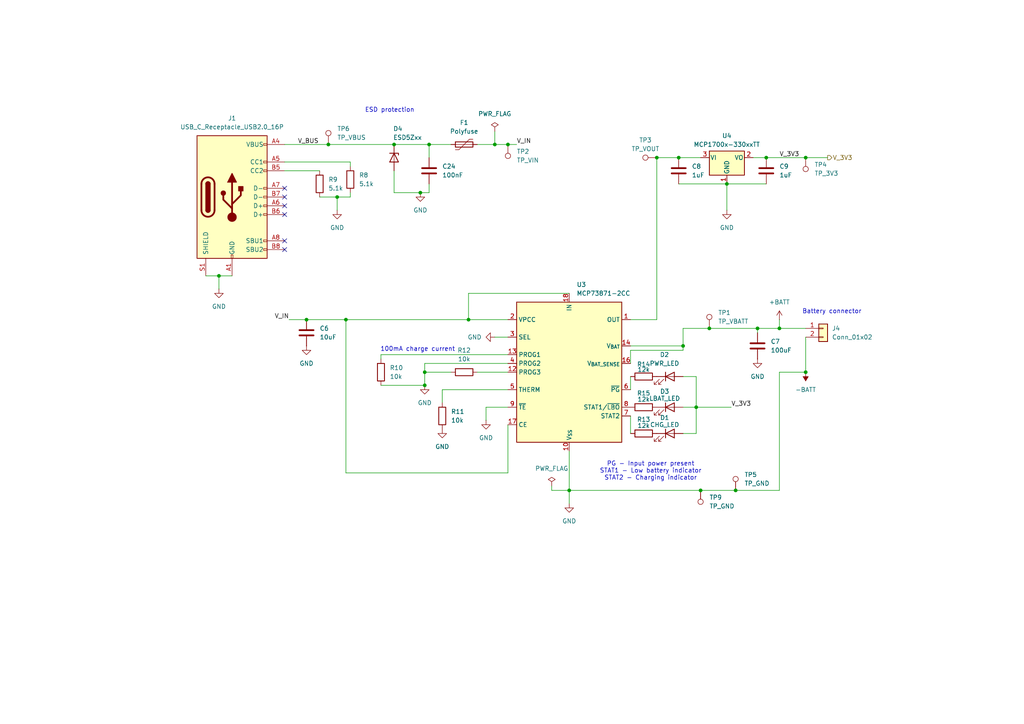
<source format=kicad_sch>
(kicad_sch (version 20250114) (generator "eeschema") (generator_version "9.0")
  (paper "A4")
  (title_block (title "air-ctrl") (date "2025-10-22") (rev "1.2"))
  (lib_symbols
    (symbol "Battery_Management:MCP73871-2CC"
      (property "Reference" "U" (at -7.62 24.13 0))
      (property "Value" "MCP73871-2CC" (at -15.24 21.59 0))
      (symbol "MCP73871-2CC_0_1"
        (rectangle (start -15.24 20.32) (end 15.24 -20.32) (stroke (width 0.254)) (fill (type background)))
      )
      (symbol "MCP73871-2CC_1_1"
        (pin input line (at -17.78 15.24 0) (length 2.54) (name "VPCC") (number "2"))
        (pin input line (at -17.78 10.16 0) (length 2.54) (name "SEL") (number "3"))
        (pin bidirectional line (at -17.78 5.08 0) (length 2.54) (name "PROG1") (number "13"))
        (pin input line (at -17.78 2.54 0) (length 2.54) (name "PROG2") (number "4"))
        (pin bidirectional line (at -17.78 0 0) (length 2.54) (name "PROG3") (number "12"))
        (pin bidirectional line (at -17.78 -5.08 0) (length 2.54) (name "THERM") (number "5"))
        (pin input line (at -17.78 -10.16 0) (length 2.54) (name "~{TE}") (number "9"))
        (pin input line (at -17.78 -15.24 0) (length 2.54) (name "CE") (number "17"))
        (pin power_in line (at 0 22.86 270) (length 2.54) (name "IN") (number "18"))
        (pin passive line (at 0 22.86 270) (length 2.54) (hide yes) (name "IN") (number "19"))
        (pin power_in line (at 0 -22.86 90) (length 2.54) (name "V_{SS}") (number "10"))
        (pin passive line (at 0 -22.86 90) (length 2.54) (hide yes) (name "V_{SS}") (number "11"))
        (pin passive line (at 0 -22.86 90) (length 2.54) (hide yes) (name "V_{SS}") (number "21"))
        (pin power_out line (at 17.78 15.24 180) (length 2.54) (name "OUT") (number "1"))
        (pin passive line (at 17.78 15.24 180) (length 2.54) (hide yes) (name "OUT") (number "20"))
        (pin power_out line (at 17.78 7.62 180) (length 2.54) (name "V_{BAT}") (number "14"))
        (pin passive line (at 17.78 7.62 180) (length 2.54) (hide yes) (name "V_{BAT}") (number "15"))
        (pin input line (at 17.78 2.54 180) (length 2.54) (name "V_{BAT_SENSE}") (number "16"))
        (pin open_collector line (at 17.78 -5.08 180) (length 2.54) (name "~{PG}") (number "6"))
        (pin open_collector line (at 17.78 -10.16 180) (length 2.54) (name "STAT1/~{LBO}") (number "8"))
        (pin open_collector line (at 17.78 -12.7 180) (length 2.54) (name "STAT2") (number "7"))
      )
    )
    (symbol "Connector:TestPoint" (pin_numbers (hide yes)) (pin_names (offset 0.762) (hide yes))
      (property "Reference" "TP" (at 0 6.858 0))
      (property "Value" "TestPoint" (at 0 5.08 0))
      (symbol "TestPoint_0_1"
        (circle (center 0 3.302) (radius 0.762))
      )
      (symbol "TestPoint_1_1"
        (pin passive line (at 0 0 90) (length 2.54) (name "1") (number "1"))
      )
    )
    (symbol "Connector:USB_C_Receptacle_USB2.0_16P" (pin_names (offset 1.016))
      (property "Reference" "J" (at 0 22.225 0))
      (property "Value" "USB_C_Receptacle_USB2.0_16P" (at 0 19.685 0))
      (symbol "USB_C_Receptacle_USB2.0_16P_0_0"
        (rectangle (start -0.254 -17.78) (end 0.254 -16.764))
        (rectangle (start 10.16 15.494) (end 9.144 14.986))
        (rectangle (start 10.16 10.414) (end 9.144 9.906))
        (rectangle (start 10.16 7.874) (end 9.144 7.366))
        (rectangle (start 10.16 2.794) (end 9.144 2.286))
        (rectangle (start 10.16 0.254) (end 9.144 -0.254))
        (rectangle (start 10.16 -2.286) (end 9.144 -2.794))
        (rectangle (start 10.16 -4.826) (end 9.144 -5.334))
        (rectangle (start 10.16 -12.446) (end 9.144 -12.954))
        (rectangle (start 10.16 -14.986) (end 9.144 -15.494))
      )
      (symbol "USB_C_Receptacle_USB2.0_16P_0_1"
        (rectangle (start -10.16 17.78) (end 10.16 -17.78) (stroke (width 0.254)) (fill (type background)))
        (polyline (pts (xy -8.89 -3.81) (xy -8.89 3.81)) (stroke (width 0.508)))
        (rectangle (start -7.62 -3.81) (end -6.35 3.81) (stroke (width 0.254)) (fill (type outline)))
        (arc (start -7.62 3.81) (mid -6.985 4.4423) (end -6.35 3.81) (stroke (width 0.254)))
        (arc (start -7.62 3.81) (mid -6.985 4.4423) (end -6.35 3.81) (stroke (width 0.254)) (fill (type outline)))
        (arc (start -8.89 3.81) (mid -6.985 5.7067) (end -5.08 3.81) (stroke (width 0.508)))
        (arc (start -5.08 -3.81) (mid -6.985 -5.7067) (end -8.89 -3.81) (stroke (width 0.508)))
        (arc (start -6.35 -3.81) (mid -6.985 -4.4423) (end -7.62 -3.81) (stroke (width 0.254)))
        (arc (start -6.35 -3.81) (mid -6.985 -4.4423) (end -7.62 -3.81) (stroke (width 0.254)) (fill (type outline)))
        (polyline (pts (xy -5.08 3.81) (xy -5.08 -3.81)) (stroke (width 0.508)))
        (circle (center -2.54 1.143) (radius 0.635) (stroke (width 0.254)) (fill (type outline)))
        (polyline (pts (xy -1.27 4.318) (xy 0 6.858) (xy 1.27 4.318) (xy -1.27 4.318)) (stroke (width 0.254)) (fill (type outline)))
        (polyline (pts (xy 0 -2.032) (xy 2.54 0.508) (xy 2.54 1.778)) (stroke (width 0.508)))
        (polyline (pts (xy 0 -3.302) (xy -2.54 -0.762) (xy -2.54 0.508)) (stroke (width 0.508)))
        (polyline (pts (xy 0 -5.842) (xy 0 4.318)) (stroke (width 0.508)))
        (circle (center 0 -5.842) (radius 1.27) (fill (type outline)))
        (rectangle (start 1.905 1.778) (end 3.175 3.048) (stroke (width 0.254)) (fill (type outline)))
      )
      (symbol "USB_C_Receptacle_USB2.0_16P_1_1"
        (pin passive line (at -7.62 -22.86 90) (length 5.08) (name "SHIELD") (number "S1"))
        (pin passive line (at 0 -22.86 90) (length 5.08) (name "GND") (number "A1"))
        (pin passive line (at 0 -22.86 90) (length 5.08) (hide yes) (name "GND") (number "A12"))
        (pin passive line (at 0 -22.86 90) (length 5.08) (hide yes) (name "GND") (number "B1"))
        (pin passive line (at 0 -22.86 90) (length 5.08) (hide yes) (name "GND") (number "B12"))
        (pin passive line (at 15.24 15.24 180) (length 5.08) (name "VBUS") (number "A4"))
        (pin passive line (at 15.24 15.24 180) (length 5.08) (hide yes) (name "VBUS") (number "A9"))
        (pin passive line (at 15.24 15.24 180) (length 5.08) (hide yes) (name "VBUS") (number "B4"))
        (pin passive line (at 15.24 15.24 180) (length 5.08) (hide yes) (name "VBUS") (number "B9"))
        (pin bidirectional line (at 15.24 10.16 180) (length 5.08) (name "CC1") (number "A5"))
        (pin bidirectional line (at 15.24 7.62 180) (length 5.08) (name "CC2") (number "B5"))
        (pin bidirectional line (at 15.24 2.54 180) (length 5.08) (name "D-") (number "A7"))
        (pin bidirectional line (at 15.24 0 180) (length 5.08) (name "D-") (number "B7"))
        (pin bidirectional line (at 15.24 -2.54 180) (length 5.08) (name "D+") (number "A6"))
        (pin bidirectional line (at 15.24 -5.08 180) (length 5.08) (name "D+") (number "B6"))
        (pin bidirectional line (at 15.24 -12.7 180) (length 5.08) (name "SBU1") (number "A8"))
        (pin bidirectional line (at 15.24 -15.24 180) (length 5.08) (name "SBU2") (number "B8"))
      )
    )
    (symbol "Connector_Generic:Conn_01x02" (pin_names (offset 1.016) (hide yes))
      (property "Reference" "J" (at 0 2.54 0))
      (property "Value" "Conn_01x02" (at 0 -5.08 0))
      (symbol "Conn_01x02_1_1"
        (rectangle (start -1.27 1.27) (end 1.27 -3.81) (stroke (width 0.254)) (fill (type background)))
        (rectangle (start -1.27 0.127) (end 0 -0.127) (stroke (width 0.1524)))
        (rectangle (start -1.27 -2.413) (end 0 -2.667) (stroke (width 0.1524)))
        (pin passive line (at -5.08 0 0) (length 3.81) (name "Pin_1") (number "1"))
        (pin passive line (at -5.08 -2.54 0) (length 3.81) (name "Pin_2") (number "2"))
      )
    )
    (symbol "Device:C" (pin_numbers (hide yes)) (pin_names (offset 0.254))
      (property "Reference" "C" (at 0.635 2.54 0))
      (property "Value" "C" (at 0.635 -2.54 0))
      (symbol "C_0_1"
        (polyline (pts (xy -2.032 0.762) (xy 2.032 0.762)) (stroke (width 0.508)))
        (polyline (pts (xy -2.032 -0.762) (xy 2.032 -0.762)) (stroke (width 0.508)))
      )
      (symbol "C_1_1"
        (pin passive line (at 0 3.81 270) (length 2.794) (name "~") (number "1"))
        (pin passive line (at 0 -3.81 90) (length 2.794) (name "~") (number "2"))
      )
    )
    (symbol "Device:LED" (pin_numbers (hide yes)) (pin_names (offset 1.016) (hide yes))
      (property "Reference" "D" (at 0 2.54 0))
      (property "Value" "LED" (at 0 -2.54 0))
      (symbol "LED_0_1"
        (polyline (pts (xy -3.048 -0.762) (xy -4.572 -2.286) (xy -3.81 -2.286) (xy -4.572 -2.286) (xy -4.572 -1.524)))
        (polyline (pts (xy -1.778 -0.762) (xy -3.302 -2.286) (xy -2.54 -2.286) (xy -3.302 -2.286) (xy -3.302 -1.524)))
        (polyline (pts (xy -1.27 0) (xy 1.27 0)))
        (polyline (pts (xy -1.27 -1.27) (xy -1.27 1.27)) (stroke (width 0.254)))
        (polyline (pts (xy 1.27 -1.27) (xy 1.27 1.27) (xy -1.27 0) (xy 1.27 -1.27)) (stroke (width 0.254)))
      )
      (symbol "LED_1_1"
        (pin passive line (at -3.81 0 0) (length 2.54) (name "K") (number "1"))
        (pin passive line (at 3.81 0 180) (length 2.54) (name "A") (number "2"))
      )
    )
    (symbol "Device:Polyfuse" (pin_numbers (hide yes)) (pin_names (offset 0))
      (property "Reference" "F" (at -2.54 0 90))
      (property "Value" "Polyfuse" (at 2.54 0 90))
      (symbol "Polyfuse_0_1"
        (polyline (pts (xy -1.524 2.54) (xy -1.524 1.524) (xy 1.524 -1.524) (xy 1.524 -2.54)))
        (rectangle (start -0.762 2.54) (end 0.762 -2.54) (stroke (width 0.254)))
        (polyline (pts (xy 0 2.54) (xy 0 -2.54)))
      )
      (symbol "Polyfuse_1_1"
        (pin passive line (at 0 3.81 270) (length 1.27) (name "~") (number "1"))
        (pin passive line (at 0 -3.81 90) (length 1.27) (name "~") (number "2"))
      )
    )
    (symbol "Device:R" (pin_numbers (hide yes)) (pin_names (offset 0))
      (property "Reference" "R" (at 2.032 0 90))
      (property "Value" "R" (at 0 0 90))
      (symbol "R_0_1"
        (rectangle (start -1.016 -2.54) (end 1.016 2.54) (stroke (width 0.254)))
      )
      (symbol "R_1_1"
        (pin passive line (at 0 3.81 270) (length 1.27) (name "~") (number "1"))
        (pin passive line (at 0 -3.81 90) (length 1.27) (name "~") (number "2"))
      )
    )
    (symbol "Diode:ESD5Zxx" (pin_numbers (hide yes)) (pin_names (hide yes))
      (property "Reference" "D" (at 0 2.54 0))
      (property "Value" "ESD5Zxx" (at 0 -2.54 0))
      (symbol "ESD5Zxx_0_1"
        (polyline (pts (xy -1.27 -1.27) (xy -1.27 1.27) (xy -0.762 1.27)) (stroke (width 0.254)))
        (polyline (pts (xy 1.27 0) (xy -1.27 0)))
        (polyline (pts (xy 1.27 -1.27) (xy 1.27 1.27) (xy -1.27 0) (xy 1.27 -1.27)) (stroke (width 0.254)))
      )
      (symbol "ESD5Zxx_1_1"
        (pin passive line (at -3.81 0 0) (length 2.54) (name "K") (number "1"))
        (pin passive line (at 3.81 0 180) (length 2.54) (name "A") (number "2"))
      )
    )
    (symbol "Regulator_Linear:MCP1700x-330xxTT" (pin_names (offset 0.254))
      (property "Reference" "U" (at -3.81 3.175 0))
      (property "Value" "MCP1700x-330xxTT" (at 0 3.175 0))
      (symbol "MCP1700x-330xxTT_0_1"
        (rectangle (start -5.08 1.905) (end 5.08 -5.08) (stroke (width 0.254)) (fill (type background)))
      )
      (symbol "MCP1700x-330xxTT_1_1"
        (pin power_in line (at -7.62 0 0) (length 2.54) (name "VI") (number "3"))
        (pin power_in line (at 0 -7.62 90) (length 2.54) (name "GND") (number "1"))
        (pin power_out line (at 7.62 0 180) (length 2.54) (name "VO") (number "2"))
      )
    )
    (symbol "power:+BATT" (power) (pin_numbers (hide yes)) (pin_names (offset 0) (hide yes))
      (property "Value" "+BATT" (at 0 3.556 0))
      (symbol "+BATT_0_1"
        (polyline (pts (xy -0.762 1.27) (xy 0 2.54)))
        (polyline (pts (xy 0 2.54) (xy 0.762 1.27)))
        (polyline (pts (xy 0 0) (xy 0 2.54)))
      )
      (symbol "+BATT_1_1"
        (pin power_in line (at 0 0 90) (length 0) (name "~") (number "1"))
      )
    )
    (symbol "power:-BATT" (power) (pin_numbers (hide yes)) (pin_names (offset 0) (hide yes))
      (property "Value" "-BATT" (at 0 3.556 0))
      (symbol "-BATT_0_1"
        (polyline (pts (xy 0 0) (xy 0 2.54)))
        (polyline (pts (xy 0.762 1.27) (xy -0.762 1.27) (xy 0 2.54) (xy 0.762 1.27)) (fill (type outline)))
      )
      (symbol "-BATT_1_1"
        (pin power_in line (at 0 0 90) (length 0) (name "~") (number "1"))
      )
    )
    (symbol "power:GND" (power) (pin_numbers (hide yes)) (pin_names (offset 0) (hide yes))
      (property "Value" "GND" (at 0 -3.81 0))
      (symbol "GND_0_1"
        (polyline (pts (xy 0 0) (xy 0 -1.27) (xy 1.27 -1.27) (xy 0 -2.54) (xy -1.27 -1.27) (xy 0 -1.27)))
      )
      (symbol "GND_1_1"
        (pin power_in line (at 0 0 270) (length 0) (name "~") (number "1"))
      )
    )
    (symbol "power:PWR_FLAG" (power) (pin_numbers (hide yes)) (pin_names (offset 0) (hide yes))
      (property "Value" "PWR_FLAG" (at 0 3.81 0))
      (symbol "PWR_FLAG_0_0"
        (pin power_out line (at 0 0 90) (length 0) (name "~") (number "1"))
      )
      (symbol "PWR_FLAG_0_1"
        (polyline (pts (xy 0 0) (xy 0 1.27) (xy -1.016 1.905) (xy 0 2.54) (xy 1.016 1.905) (xy 0 1.27)))
      )
    )
  )
  (text "Battery connector" (at 241.3 90.424 0) (effects (font (size 1.27 1.27))))
  (text "PG - Input power present\nSTAT1 - Low battery indicator\nSTAT2 - Charging indicator" (at 188.722 136.652 0) (effects (font (size 1.27 1.27))))
  (text "100mA charge current" (at 121.158 101.346 0) (effects (font (size 1.27 1.27))))
  (text "ESD protection" (at 113.03 32.004 0) (effects (font (size 1.27 1.27))))
  (junction (at 63.5 80.01))
  (junction (at 226.06 95.25))
  (junction (at 196.85 45.72))
  (junction (at 95.25 41.91))
  (junction (at 205.74 95.25))
  (junction (at 114.3 41.91))
  (junction (at 219.71 95.25))
  (junction (at 165.1 142.24))
  (junction (at 135.89 92.71))
  (junction (at 222.25 45.72))
  (junction (at 97.79 57.15))
  (junction (at 210.82 53.34))
  (junction (at 124.46 41.91))
  (junction (at 123.19 107.95))
  (junction (at 88.9 92.71))
  (junction (at 100.33 92.71))
  (junction (at 123.19 111.76))
  (junction (at 190.5 45.72))
  (junction (at 233.68 107.95))
  (junction (at 143.51 41.91))
  (junction (at 203.2 142.24))
  (junction (at 233.68 45.72))
  (junction (at 201.93 118.11))
  (junction (at 147.32 41.91))
  (junction (at 198.12 100.33))
  (junction (at 121.92 55.88))
  (junction (at 213.36 142.24))
  (no_connect (at 82.55 54.61))
  (no_connect (at 82.55 57.15))
  (no_connect (at 82.55 59.69))
  (no_connect (at 82.55 62.23))
  (no_connect (at 82.55 69.85))
  (no_connect (at 82.55 72.39))
  (wire (pts (xy 190.5 45.72) (xy 196.85 45.72)))
  (wire (pts (xy 201.93 118.11) (xy 201.93 109.22)))
  (wire (pts (xy 95.25 41.91) (xy 114.3 41.91)))
  (wire (pts (xy 233.68 97.79) (xy 233.68 107.95)))
  (wire (pts (xy 88.9 92.71) (xy 83.82 92.71)))
  (wire (pts (xy 97.79 57.15) (xy 101.6 57.15)))
  (wire (pts (xy 124.46 53.34) (xy 124.46 55.88)))
  (wire (pts (xy 201.93 118.11) (xy 212.09 118.11)))
  (wire (pts (xy 135.89 85.09) (xy 165.1 85.09)))
  (wire (pts (xy 110.49 102.87) (xy 147.32 102.87)))
  (wire (pts (xy 124.46 41.91) (xy 130.81 41.91)))
  (wire (pts (xy 110.49 104.14) (xy 110.49 102.87)))
  (wire (pts (xy 147.32 41.91) (xy 149.86 41.91)))
  (wire (pts (xy 165.1 130.81) (xy 165.1 142.24)))
  (wire (pts (xy 196.85 53.34) (xy 210.82 53.34)))
  (wire (pts (xy 130.81 107.95) (xy 123.19 107.95)))
  (wire (pts (xy 201.93 125.73) (xy 201.93 118.11)))
  (wire (pts (xy 128.27 113.03) (xy 128.27 116.84)))
  (wire (pts (xy 100.33 92.71) (xy 135.89 92.71)))
  (wire (pts (xy 205.74 95.25) (xy 219.71 95.25)))
  (wire (pts (xy 138.43 41.91) (xy 143.51 41.91)))
  (wire (pts (xy 140.97 118.11) (xy 140.97 121.92)))
  (wire (pts (xy 226.06 142.24) (xy 213.36 142.24)))
  (wire (pts (xy 59.69 80.01) (xy 63.5 80.01)))
  (wire (pts (xy 226.06 107.95) (xy 226.06 142.24)))
  (wire (pts (xy 203.2 142.24) (xy 165.1 142.24)))
  (wire (pts (xy 160.02 142.24) (xy 165.1 142.24)))
  (wire (pts (xy 182.88 120.65) (xy 182.88 125.73)))
  (wire (pts (xy 82.55 41.91) (xy 95.25 41.91)))
  (wire (pts (xy 123.19 105.41) (xy 123.19 107.95)))
  (wire (pts (xy 198.12 95.25) (xy 198.12 100.33)))
  (wire (pts (xy 182.88 100.33) (xy 198.12 100.33)))
  (wire (pts (xy 213.36 142.24) (xy 203.2 142.24)))
  (wire (pts (xy 233.68 45.72) (xy 240.03 45.72)))
  (wire (pts (xy 226.06 95.25) (xy 233.68 95.25)))
  (wire (pts (xy 147.32 105.41) (xy 123.19 105.41)))
  (wire (pts (xy 160.02 140.97) (xy 160.02 142.24)))
  (wire (pts (xy 226.06 92.71) (xy 226.06 95.25)))
  (wire (pts (xy 165.1 142.24) (xy 165.1 146.05)))
  (wire (pts (xy 198.12 95.25) (xy 205.74 95.25)))
  (wire (pts (xy 124.46 55.88) (xy 121.92 55.88)))
  (wire (pts (xy 201.93 109.22) (xy 198.12 109.22)))
  (wire (pts (xy 128.27 113.03) (xy 147.32 113.03)))
  (wire (pts (xy 210.82 53.34) (xy 222.25 53.34)))
  (wire (pts (xy 190.5 92.71) (xy 182.88 92.71)))
  (wire (pts (xy 147.32 118.11) (xy 140.97 118.11)))
  (wire (pts (xy 196.85 45.72) (xy 203.2 45.72)))
  (wire (pts (xy 190.5 45.72) (xy 190.5 92.71)))
  (wire (pts (xy 219.71 95.25) (xy 226.06 95.25)))
  (wire (pts (xy 63.5 80.01) (xy 63.5 83.82)))
  (wire (pts (xy 123.19 111.76) (xy 110.49 111.76)))
  (wire (pts (xy 222.25 45.72) (xy 233.68 45.72)))
  (wire (pts (xy 147.32 107.95) (xy 138.43 107.95)))
  (wire (pts (xy 143.51 38.1) (xy 143.51 41.91)))
  (wire (pts (xy 198.12 125.73) (xy 201.93 125.73)))
  (wire (pts (xy 143.51 41.91) (xy 147.32 41.91)))
  (wire (pts (xy 63.5 80.01) (xy 67.31 80.01)))
  (wire (pts (xy 182.88 101.6) (xy 182.88 105.41)))
  (wire (pts (xy 101.6 46.99) (xy 82.55 46.99)))
  (wire (pts (xy 198.12 118.11) (xy 201.93 118.11)))
  (wire (pts (xy 147.32 137.16) (xy 147.32 123.19)))
  (wire (pts (xy 182.88 109.22) (xy 182.88 113.03)))
  (wire (pts (xy 147.32 137.16) (xy 100.33 137.16)))
  (wire (pts (xy 124.46 41.91) (xy 124.46 45.72)))
  (wire (pts (xy 92.71 57.15) (xy 97.79 57.15)))
  (wire (pts (xy 97.79 57.15) (xy 97.79 60.96)))
  (wire (pts (xy 135.89 92.71) (xy 147.32 92.71)))
  (wire (pts (xy 101.6 57.15) (xy 101.6 55.88)))
  (wire (pts (xy 100.33 137.16) (xy 100.33 92.71)))
  (wire (pts (xy 88.9 92.71) (xy 100.33 92.71)))
  (wire (pts (xy 198.12 100.33) (xy 198.12 101.6)))
  (wire (pts (xy 114.3 41.91) (xy 124.46 41.91)))
  (wire (pts (xy 101.6 48.26) (xy 101.6 46.99)))
  (wire (pts (xy 123.19 107.95) (xy 123.19 111.76)))
  (wire (pts (xy 218.44 45.72) (xy 222.25 45.72)))
  (wire (pts (xy 92.71 49.53) (xy 82.55 49.53)))
  (wire (pts (xy 114.3 55.88) (xy 121.92 55.88)))
  (wire (pts (xy 135.89 92.71) (xy 135.89 85.09)))
  (wire (pts (xy 233.68 107.95) (xy 226.06 107.95)))
  (wire (pts (xy 147.32 97.79) (xy 143.51 97.79)))
  (wire (pts (xy 114.3 49.53) (xy 114.3 55.88)))
  (wire (pts (xy 219.71 95.25) (xy 219.71 96.52)))
  (wire (pts (xy 210.82 53.34) (xy 210.82 60.96)))
  (wire (pts (xy 182.88 101.6) (xy 198.12 101.6)))
  (label "V_IN" (at 149.86 41.91 0))
  (label "V_IN" (at 83.82 92.71 180))
  (label "V_BUS" (at 86.36 41.91 0))
  (label "V_3V3" (at 226.06 45.72 0))
  (label "V_3V3" (at 212.09 118.11 0))
  (hierarchical_label "V_3V3" (shape output) (at 240.03 45.72 0))
  (symbol (lib_id "Device:C") (at 219.71 100.33 0) (unit 1)
    (property "Reference" "C7" (at 223.52 99.0599 0) (effects (justify left)))
    (property "Value" "100uF" (at 223.52 101.5999 0) (effects (justify left)))
    (property "Footprint" "Capacitor_SMD:C_0603_1608Metric" (effects (hide yes)))
    (property "Description" "Unpolarized capacitor" (effects (hide yes)))
  )
  (symbol (lib_id "power:PWR_FLAG") (at 143.51 38.1 0) (unit 1)
    (property "Reference" "#FLG01" (effects (hide yes)))
    (property "Value" "PWR_FLAG" (at 143.51 33.02 0))
    (property "Description" "Special symbol for telling ERC where power comes from" (effects (hide yes)))
  )
  (symbol (lib_id "Regulator_Linear:MCP1700x-330xxTT") (at 210.82 45.72 0) (unit 1)
    (property "Reference" "U4" (at 210.82 39.37 0))
    (property "Value" "MCP1700x-330xxTT" (at 210.82 41.91 0))
    (property "Footprint" "Package_TO_SOT_SMD:SOT-23" (effects (hide yes)))
    (property "Datasheet" "http://ww1.microchip.com/downloads/en/DeviceDoc/20001826D.pdf" (effects (hide yes)))
    (property "Description" "250mA Low Quiscent Current LDO, 3.3V output, SOT-23" (effects (hide yes)))
  )
  (symbol (lib_id "Device:LED") (at 194.31 118.11 0) (unit 1)
    (property "Reference" "D3" (at 192.786 113.538 0))
    (property "Value" "LBAT_LED" (at 192.786 115.57 0))
    (property "Footprint" "LED_SMD:LED_0805_2012Metric" (effects (hide yes)))
    (property "Description" "Light emitting diode" (effects (hide yes)))
    (property "Sim.Pins" "1=K 2=A" (effects (hide yes)))
  )
  (symbol (lib_id "Device:C") (at 124.46 49.53 0) (unit 1)
    (property "Reference" "C24" (at 128.27 48.2599 0) (effects (justify left)))
    (property "Value" "100nF" (at 128.27 50.7999 0) (effects (justify left)))
    (property "Footprint" "Capacitor_SMD:C_0603_1608Metric" (effects (hide yes)))
    (property "Description" "Unpolarized capacitor" (effects (hide yes)))
  )
  (symbol (lib_id "power:GND") (at 121.92 55.88 0) (unit 1)
    (property "Reference" "#PWR031" (effects (hide yes)))
    (property "Value" "GND" (at 121.92 60.96 0))
    (property "Description" "Power symbol creates a global label with name \"GND\" , ground" (effects (hide yes)))
  )
  (symbol (lib_id "power:GND") (at 63.5 83.82 0) (unit 1)
    (property "Reference" "#PWR08" (effects (hide yes)))
    (property "Value" "GND" (at 63.5 88.9 0))
    (property "Description" "Power symbol creates a global label with name \"GND\" , ground" (effects (hide yes)))
  )
  (symbol (lib_id "Connector:TestPoint") (at 213.36 142.24 0) (unit 1) (in_bom no)
    (property "Reference" "TP5" (at 215.9 137.6679 0) (effects (justify left)))
    (property "Value" "TP_GND" (at 215.9 140.2079 0) (effects (justify left)))
    (property "Footprint" "TestPoint:TestPoint_Pad_D1.0mm" (effects (hide yes)))
    (property "Description" "test point" (effects (hide yes)))
  )
  (symbol (lib_id "power:+BATT") (at 226.06 92.71 0) (unit 1)
    (property "Reference" "#PWR014" (effects (hide yes)))
    (property "Value" "+BATT" (at 226.06 87.63 0))
    (property "Description" "Power symbol creates a global label with name \"+BATT\"" (effects (hide yes)))
  )
  (symbol (lib_id "power:GND") (at 123.19 111.76 0) (unit 1)
    (property "Reference" "#PWR017" (effects (hide yes)))
    (property "Value" "GND" (at 123.19 116.84 0))
    (property "Description" "Power symbol creates a global label with name \"GND\" , ground" (effects (hide yes)))
  )
  (symbol (lib_id "power:GND") (at 210.82 60.96 0) (unit 1)
    (property "Reference" "#PWR019" (effects (hide yes)))
    (property "Value" "GND" (at 210.82 66.04 0))
    (property "Description" "Power symbol creates a global label with name \"GND\" , ground" (effects (hide yes)))
  )
  (symbol (lib_id "Device:R") (at 186.69 109.22 270) (unit 1)
    (property "Reference" "R14" (at 186.69 105.664 90))
    (property "Value" "12k" (at 186.69 107.188 90))
    (property "Footprint" "Resistor_SMD:R_0603_1608Metric" (effects (hide yes)))
    (property "Description" "Resistor" (effects (hide yes)))
  )
  (symbol (lib_id "Device:C") (at 222.25 49.53 0) (unit 1)
    (property "Reference" "C9" (at 226.06 48.2599 0) (effects (justify left)))
    (property "Value" "1uF" (at 226.06 50.7999 0) (effects (justify left)))
    (property "Footprint" "Capacitor_SMD:C_0603_1608Metric" (effects (hide yes)))
    (property "Description" "Unpolarized capacitor" (effects (hide yes)))
  )
  (symbol (lib_id "Device:R") (at 186.69 125.73 270) (unit 1)
    (property "Reference" "R13" (at 186.69 121.666 90))
    (property "Value" "12k" (at 186.69 123.444 90))
    (property "Footprint" "Resistor_SMD:R_0603_1608Metric" (effects (hide yes)))
    (property "Description" "Resistor" (effects (hide yes)))
  )
  (symbol (lib_id "power:PWR_FLAG") (at 160.02 140.97 0) (unit 1)
    (property "Reference" "#FLG02" (effects (hide yes)))
    (property "Value" "PWR_FLAG" (at 160.02 135.89 0))
    (property "Description" "Special symbol for telling ERC where power comes from" (effects (hide yes)))
  )
  (symbol (lib_id "Diode:ESD5Zxx") (at 114.3 45.72 270) (unit 1)
    (property "Reference" "D4" (at 114.046 37.338 90) (effects (justify left)))
    (property "Value" "ESD5Zxx" (at 114.046 39.878 90) (effects (justify left)))
    (property "Footprint" "Diode_SMD:D_SOD-523" (effects (hide yes)))
    (property "Datasheet" "https://www.onsemi.com/pdf/datasheet/esd5z2.5t1-d.pdf" (effects (hide yes)))
    (property "Description" "ESD Protection Diode, SOD-523" (effects (hide yes)))
  )
  (symbol (lib_id "Connector:USB_C_Receptacle_USB2.0_16P") (at 67.31 57.15 0) (unit 1)
    (property "Reference" "J1" (at 67.31 34.29 0))
    (property "Value" "USB_C_Receptacle_USB2.0_16P" (at 67.31 36.83 0))
    (property "Footprint" "Connector_USB:USB_C_Receptacle_GCT_USB4110" (effects (hide yes)))
    (property "Datasheet" "https://www.usb.org/sites/default/files/documents/usb_type-c.zip" (effects (hide yes)))
    (property "Description" "USB 2.0-only 16P Type-C Receptacle connector" (effects (hide yes)))
  )
  (symbol (lib_id "Device:R") (at 134.62 107.95 270) (unit 1)
    (property "Reference" "R12" (at 134.62 101.6 90))
    (property "Value" "10k" (at 134.62 104.14 90))
    (property "Footprint" "Resistor_SMD:R_0603_1608Metric" (effects (hide yes)))
    (property "Description" "Resistor" (effects (hide yes)))
  )
  (symbol (lib_id "Device:C") (at 196.85 49.53 0) (unit 1)
    (property "Reference" "C8" (at 200.66 48.2599 0) (effects (justify left)))
    (property "Value" "1uF" (at 200.66 50.7999 0) (effects (justify left)))
    (property "Footprint" "Capacitor_SMD:C_0603_1608Metric" (effects (hide yes)))
    (property "Description" "Unpolarized capacitor" (effects (hide yes)))
  )
  (symbol (lib_id "Device:R") (at 101.6 52.07 0) (unit 1)
    (property "Reference" "R8" (at 104.14 50.7999 0) (effects (justify left)))
    (property "Value" "5.1k" (at 104.14 53.3399 0) (effects (justify left)))
    (property "Footprint" "Resistor_SMD:R_0603_1608Metric" (effects (hide yes)))
    (property "Description" "Resistor" (effects (hide yes)))
  )
  (symbol (lib_id "Connector:TestPoint") (at 190.5 45.72 90) (unit 1) (in_bom no)
    (property "Reference" "TP3" (at 187.198 40.64 90))
    (property "Value" "TP_VOUT" (at 187.198 43.18 90))
    (property "Footprint" "TestPoint:TestPoint_Pad_D1.0mm" (effects (hide yes)))
    (property "Description" "test point" (effects (hide yes)))
  )
  (symbol (lib_id "Device:LED") (at 194.31 109.22 0) (unit 1)
    (property "Reference" "D2" (at 192.7225 102.87 0))
    (property "Value" "PWR_LED" (at 192.7225 105.41 0))
    (property "Footprint" "LED_SMD:LED_0805_2012Metric" (effects (hide yes)))
    (property "Description" "Light emitting diode" (effects (hide yes)))
    (property "Sim.Pins" "1=K 2=A" (effects (hide yes)))
  )
  (symbol (lib_id "power:GND") (at 140.97 121.92 0) (unit 1)
    (property "Reference" "#PWR035" (effects (hide yes)))
    (property "Value" "GND" (at 140.97 127 0))
    (property "Description" "Power symbol creates a global label with name \"GND\" , ground" (effects (hide yes)))
  )
  (symbol (lib_id "Device:R") (at 186.69 118.11 270) (unit 1)
    (property "Reference" "R15" (at 186.69 114.046 90))
    (property "Value" "12k" (at 186.69 115.824 90))
    (property "Footprint" "Resistor_SMD:R_0603_1608Metric" (effects (hide yes)))
    (property "Description" "Resistor" (effects (hide yes)))
  )
  (symbol (lib_id "power:GND") (at 219.71 104.14 0) (unit 1)
    (property "Reference" "#PWR016" (effects (hide yes)))
    (property "Value" "GND" (at 219.71 109.22 0))
    (property "Description" "Power symbol creates a global label with name \"GND\" , ground" (effects (hide yes)))
  )
  (symbol (lib_id "Device:C") (at 88.9 96.52 0) (unit 1)
    (property "Reference" "C6" (at 92.71 95.2499 0) (effects (justify left)))
    (property "Value" "10uF" (at 92.71 97.7899 0) (effects (justify left)))
    (property "Footprint" "Capacitor_SMD:C_0603_1608Metric" (effects (hide yes)))
    (property "Description" "Unpolarized capacitor" (effects (hide yes)))
  )
  (symbol (lib_id "Connector:TestPoint") (at 95.25 41.91 0) (unit 1) (in_bom no)
    (property "Reference" "TP6" (at 97.79 37.3379 0) (effects (justify left)))
    (property "Value" "TP_VBUS" (at 97.79 39.8779 0) (effects (justify left)))
    (property "Footprint" "TestPoint:TestPoint_Pad_D1.0mm" (effects (hide yes)))
    (property "Description" "test point" (effects (hide yes)))
  )
  (symbol (lib_id "Connector_Generic:Conn_01x02") (at 238.76 95.25 0) (unit 1)
    (property "Reference" "J4" (at 241.3 95.2499 0) (effects (justify left)))
    (property "Value" "Conn_01x02" (at 241.3 97.7899 0) (effects (justify left)))
    (property "Footprint" "Connector_JST:JST_PH_S2B-PH-SM4-TB_1x02-1MP_P2.00mm_Horizontal" (effects (hide yes)))
    (property "Description" "Generic connector, single row, 01x02, script generated (kicad-library-utils/schlib/autogen/connector/)" (effects (hide yes)))
  )
  (symbol (lib_id "Connector:TestPoint") (at 203.2 142.24 180) (unit 1) (in_bom no)
    (property "Reference" "TP9" (at 205.74 144.2719 0) (effects (justify right)))
    (property "Value" "TP_GND" (at 205.74 146.8119 0) (effects (justify right)))
    (property "Footprint" "TestPoint:TestPoint_Pad_D1.0mm" (effects (hide yes)))
    (property "Description" "test point" (effects (hide yes)))
  )
  (symbol (lib_id "power:GND") (at 165.1 146.05 0) (unit 1)
    (property "Reference" "#PWR021" (effects (hide yes)))
    (property "Value" "GND" (at 165.1 151.13 0))
    (property "Description" "Power symbol creates a global label with name \"GND\" , ground" (effects (hide yes)))
  )
  (symbol (lib_id "power:-BATT") (at 233.68 107.95 180) (unit 1)
    (property "Reference" "#PWR015" (effects (hide yes)))
    (property "Value" "-BATT" (at 233.68 113.03 0))
    (property "Description" "Power symbol creates a global label with name \"-BATT\"" (effects (hide yes)))
  )
  (symbol (lib_id "Connector:TestPoint") (at 233.68 45.72 180) (unit 1) (in_bom no)
    (property "Reference" "TP4" (at 236.22 47.7519 0) (effects (justify right)))
    (property "Value" "TP_3V3" (at 236.22 50.2919 0) (effects (justify right)))
    (property "Footprint" "TestPoint:TestPoint_Pad_D1.0mm" (effects (hide yes)))
    (property "Description" "test point" (effects (hide yes)))
  )
  (symbol (lib_id "power:GND") (at 128.27 124.46 0) (unit 1)
    (property "Reference" "#PWR020" (effects (hide yes)))
    (property "Value" "GND" (at 128.27 129.54 0))
    (property "Description" "Power symbol creates a global label with name \"GND\" , ground" (effects (hide yes)))
  )
  (symbol (lib_id "power:GND") (at 97.79 60.96 0) (unit 1)
    (property "Reference" "#PWR013" (effects (hide yes)))
    (property "Value" "GND" (at 97.79 66.04 0))
    (property "Description" "Power symbol creates a global label with name \"GND\" , ground" (effects (hide yes)))
  )
  (symbol (lib_id "Connector:TestPoint") (at 147.32 41.91 180) (unit 1) (in_bom no)
    (property "Reference" "TP2" (at 149.86 43.9419 0) (effects (justify right)))
    (property "Value" "TP_VIN" (at 149.86 46.4819 0) (effects (justify right)))
    (property "Footprint" "TestPoint:TestPoint_Pad_D1.0mm" (effects (hide yes)))
    (property "Description" "test point" (effects (hide yes)))
  )
  (symbol (lib_id "Device:R") (at 128.27 120.65 0) (unit 1)
    (property "Reference" "R11" (at 130.81 119.3799 0) (effects (justify left)))
    (property "Value" "10k" (at 130.81 121.9199 0) (effects (justify left)))
    (property "Footprint" "Resistor_SMD:R_0603_1608Metric" (effects (hide yes)))
    (property "Description" "Resistor" (effects (hide yes)))
  )
  (symbol (lib_id "Device:LED") (at 194.31 125.73 0) (unit 1)
    (property "Reference" "D1" (at 192.786 121.158 0))
    (property "Value" "CHG_LED" (at 192.786 123.19 0))
    (property "Footprint" "LED_SMD:LED_0805_2012Metric" (effects (hide yes)))
    (property "Description" "Light emitting diode" (effects (hide yes)))
    (property "Sim.Pins" "1=K 2=A" (effects (hide yes)))
  )
  (symbol (lib_id "Device:R") (at 92.71 53.34 0) (unit 1)
    (property "Reference" "R9" (at 95.25 52.0699 0) (effects (justify left)))
    (property "Value" "5.1k" (at 95.25 54.6099 0) (effects (justify left)))
    (property "Footprint" "Resistor_SMD:R_0603_1608Metric" (effects (hide yes)))
    (property "Description" "Resistor" (effects (hide yes)))
  )
  (symbol (lib_id "Battery_Management:MCP73871-2CC") (at 165.1 107.95 0) (unit 1)
    (property "Reference" "U3" (at 167.2433 82.55 0) (effects (justify left)))
    (property "Value" "MCP73871-2CC" (at 167.2433 85.09 0) (effects (justify left)))
    (property "Footprint" "Package_DFN_QFN:QFN-20-1EP_4x4mm_P0.5mm_EP2.5x2.5mm" (effects (hide yes)))
    (property "Datasheet" "http://www.mouser.com/ds/2/268/22090a-52174.pdf" (effects (hide yes)))
    (property "Description" "Single cell, Li-Ion/Li-Po charge management controller, 4.20V, 6h safety timer, 3.1V LBO threshold" (effects (hide yes)))
  )
  (symbol (lib_id "Connector:TestPoint") (at 205.74 95.25 0) (unit 1) (in_bom no)
    (property "Reference" "TP1" (at 208.28 90.6779 0) (effects (justify left)))
    (property "Value" "TP_VBATT" (at 208.28 93.2179 0) (effects (justify left)))
    (property "Footprint" "TestPoint:TestPoint_Pad_D1.0mm" (effects (hide yes)))
    (property "Description" "test point" (effects (hide yes)))
  )
  (symbol (lib_id "power:GND") (at 143.51 97.79 270) (unit 1)
    (property "Reference" "#PWR018" (effects (hide yes)))
    (property "Value" "GND" (at 139.7 97.7899 90) (effects (justify right)))
    (property "Description" "Power symbol creates a global label with name \"GND\" , ground" (effects (hide yes)))
  )
  (symbol (lib_id "power:GND") (at 88.9 100.33 0) (unit 1)
    (property "Reference" "#PWR012" (effects (hide yes)))
    (property "Value" "GND" (at 88.9 105.41 0))
    (property "Description" "Power symbol creates a global label with name \"GND\" , ground" (effects (hide yes)))
  )
  (symbol (lib_id "Device:Polyfuse") (at 134.62 41.91 90) (unit 1)
    (property "Reference" "F1" (at 134.62 35.56 90))
    (property "Value" "Polyfuse" (at 134.62 38.1 90))
    (property "Footprint" "Fuse:Fuse_1206_3216Metric" (effects (hide yes)))
    (property "Description" "Resettable fuse, polymeric positive temperature coefficient" (effects (hide yes)))
  )
  (symbol (lib_id "Device:R") (at 110.49 107.95 0) (unit 1)
    (property "Reference" "R10" (at 113.03 106.6799 0) (effects (justify left)))
    (property "Value" "10k" (at 113.03 109.2199 0) (effects (justify left)))
    (property "Footprint" "Resistor_SMD:R_0603_1608Metric" (effects (hide yes)))
    (property "Description" "Resistor" (effects (hide yes)))
  )
)
</source>
